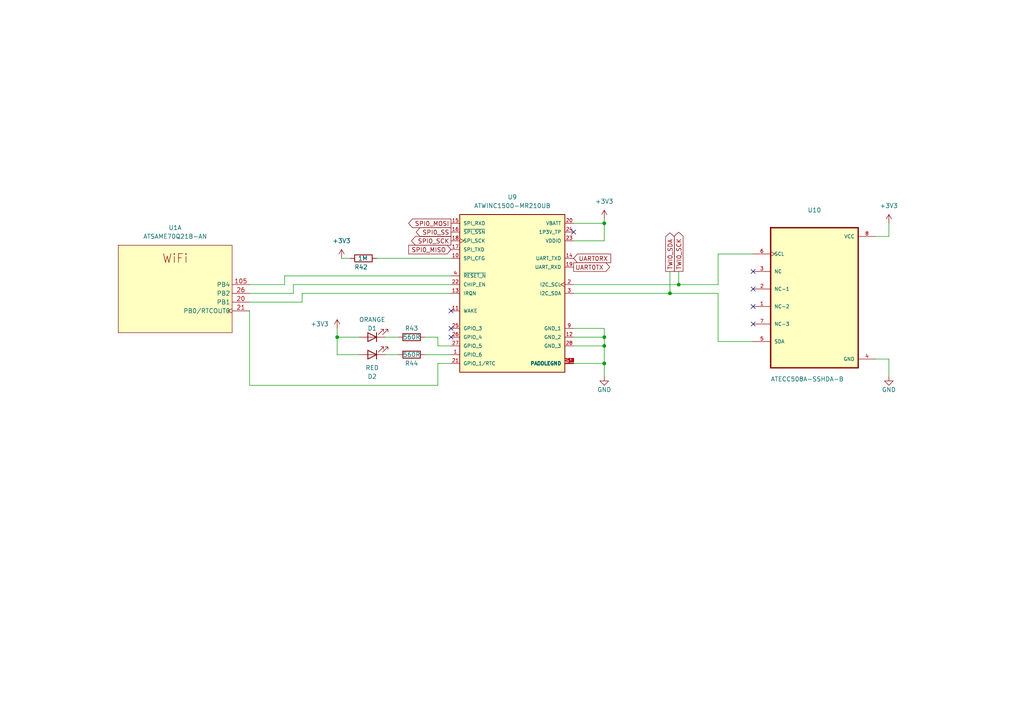
<source format=kicad_sch>
(kicad_sch (version 20211123) (generator eeschema)
  (paper "A4")
  (title_block (title "Flight Controller") (date "2023-01-29") (rev "0.1"))
  (lib_symbols
    (symbol "ATECC508A-SSHDA-B:ATECC508A-SSHDA-B" (pin_names (offset 1.016))
      (property "Reference" "U" (at -12.7 21.32 0))
      (property "Value" "ATECC508A-SSHDA-B" (at -12.7 -24.32 0))
      (symbol "ATECC508A-SSHDA-B_0_0"
        (rectangle (start -12.7 -20.32) (end 12.7 20.32) (stroke (width 0.41)) (fill (type background)))
        (pin bidirectional line (at -17.78 -2.54 0) (length 5.08) (name "NC-2") (number "1"))
        (pin bidirectional line (at -17.78 2.54 0) (length 5.08) (name "NC-1") (number "2"))
        (pin bidirectional line (at -17.78 7.62 0) (length 5.08) (name "NC") (number "3"))
        (pin power_in line (at 17.78 -17.78 180) (length 5.08) (name "GND") (number "4"))
        (pin bidirectional line (at -17.78 -12.7 0) (length 5.08) (name "SDA") (number "5"))
        (pin input clock (at -17.78 12.7 0) (length 5.08) (name "SCL") (number "6"))
        (pin bidirectional line (at -17.78 -7.62 0) (length 5.08) (name "NC-3") (number "7"))
        (pin power_in line (at 17.78 17.78 180) (length 5.08) (name "VCC") (number "8"))
      )
    )
    (symbol "ATWINC1500-MR210UB:ATWINC1500-MR210UB" (pin_names (offset 1.016))
      (property "Reference" "U3" (at 0 25.4 0))
      (property "Value" "ATWINC1500-MR210UB" (at -15.2839 -25.4732 0))
      (symbol "ATWINC1500-MR210UB_0_0"
        (rectangle (start -15.24 -22.86) (end 15.24 22.86) (stroke (width 0.254)) (fill (type background)))
        (pin bidirectional line (at -17.78 -17.78 0) (length 2.54) (name "GPIO_6") (number "1"))
        (pin input line (at -17.78 10.16 0) (length 2.54) (name "SPI_CFG") (number "10"))
        (pin input line (at -17.78 -5.08 0) (length 2.54) (name "WAKE") (number "11"))
        (pin power_in line (at 17.78 -12.7 180) (length 2.54) (name "GND_2") (number "12"))
        (pin output line (at -17.78 0 0) (length 2.54) (name "IRQN") (number "13"))
        (pin output line (at 17.78 10.16 180) (length 2.54) (name "UART_TXD") (number "14"))
        (pin input line (at -17.78 20.32 0) (length 2.54) (name "SPI_RXD") (number "15"))
        (pin input line (at -17.78 17.78 0) (length 2.54) (name "~{SPI_SSN}") (number "16"))
        (pin output line (at -17.78 12.7 0) (length 2.54) (name "SPI_TXD") (number "17"))
        (pin input clock (at -17.78 15.24 0) (length 2.54) (name "SPI_SCK") (number "18"))
        (pin input line (at 17.78 7.62 180) (length 2.54) (name "UART_RXD") (number "19"))
        (pin input clock (at 17.78 2.54 180) (length 2.54) (name "I2C_SCL") (number "2"))
        (pin power_in line (at 17.78 20.32 180) (length 2.54) (name "VBATT") (number "20"))
        (pin input line (at -17.78 -20.32 0) (length 2.54) (name "GPIO_1/RTC") (number "21"))
        (pin input line (at -17.78 2.54 0) (length 2.54) (name "CHIP_EN") (number "22"))
        (pin power_in line (at 17.78 15.24 180) (length 2.54) (name "VDDIO") (number "23"))
        (pin power_in line (at 17.78 17.78 180) (length 2.54) (name "1P3V_TP") (number "24"))
        (pin bidirectional line (at -17.78 -10.16 0) (length 2.54) (name "GPIO_3") (number "25"))
        (pin bidirectional line (at -17.78 -12.7 0) (length 2.54) (name "GPIO_4") (number "26"))
        (pin bidirectional line (at -17.78 -15.24 0) (length 2.54) (name "GPIO_5") (number "27"))
        (pin power_in line (at 17.78 -15.24 180) (length 2.54) (name "GND_3") (number "28"))
        (pin power_in line (at 17.78 -20.32 180) (length 2.54) (name "PADDLEGND") (number "29"))
        (pin bidirectional line (at 17.78 0 180) (length 2.54) (name "I2C_SDA") (number "3"))
        (pin input line (at -17.78 5.08 0) (length 2.54) (name "~{RESET_N}") (number "4"))
        (pin power_in line (at 17.78 -10.16 180) (length 2.54) (name "GND_1") (number "9"))
        (pin power_in line (at 17.78 -20.32 180) (length 2.54) (name "PADDLEGND") (number "P$1"))
        (pin power_in line (at 17.78 -20.32 180) (length 2.54) (name "PADDLEGND") (number "P$2"))
        (pin power_in line (at 17.78 -20.32 180) (length 2.54) (name "PADDLEGND") (number "P$3"))
        (pin power_in line (at 17.78 -20.32 180) (length 2.54) (name "PADDLEGND") (number "P$4"))
        (pin power_in line (at 17.78 -20.32 180) (length 2.54) (name "PADDLEGND") (number "P$5"))
        (pin power_in line (at 17.78 -20.32 180) (length 2.54) (name "PADDLEGND") (number "P$6"))
        (pin power_in line (at 17.78 -20.32 180) (length 2.54) (name "PADDLEGND") (number "P$7"))
        (pin power_in line (at 17.78 -20.32 180) (length 2.54) (name "PADDLEGND") (number "P$8"))
        (pin power_in line (at 17.78 -20.32 180) (length 2.54) (name "PADDLEGND") (number "P$9"))
      )
    )
    (symbol "Device:LED" (pin_numbers hide) (pin_names (offset 1.016) hide)
      (property "Reference" "D" (at 0 2.54 0))
      (property "Value" "LED" (at 0 -2.54 0))
      (symbol "LED_0_1"
        (polyline (pts (xy -1.27 -1.27) (xy -1.27 1.27)) (stroke (width 0.254)))
        (polyline (pts (xy -1.27 0) (xy 1.27 0)))
        (polyline (pts (xy 1.27 -1.27) (xy 1.27 1.27) (xy -1.27 0) (xy 1.27 -1.27)) (stroke (width 0.254)))
        (polyline (pts (xy -3.048 -0.762) (xy -4.572 -2.286) (xy -3.81 -2.286) (xy -4.572 -2.286) (xy -4.572 -1.524)))
        (polyline (pts (xy -1.778 -0.762) (xy -3.302 -2.286) (xy -2.54 -2.286) (xy -3.302 -2.286) (xy -3.302 -1.524)))
      )
      (symbol "LED_1_1"
        (pin passive line (at -3.81 0 0) (length 2.54) (name "K") (number "1"))
        (pin passive line (at 3.81 0 180) (length 2.54) (name "A") (number "2"))
      )
    )
    (symbol "Device:R" (pin_numbers hide) (pin_names (offset 0))
      (property "Reference" "R" (at 2.032 0 90))
      (property "Value" "R" (at 0 0 90))
      (symbol "R_0_1"
        (rectangle (start -1.016 -2.54) (end 1.016 2.54) (stroke (width 0.254)))
      )
      (symbol "R_1_1"
        (pin passive line (at 0 3.81 270) (length 1.27) (name "~") (number "1"))
        (pin passive line (at 0 -3.81 90) (length 1.27) (name "~") (number "2"))
      )
    )
    (symbol "atsame70q21b-an:ATSAME70Q21B-AN"
      (property "Reference" "U2" (at -15.24 -5.08 0))
      (property "Value" "ATSAME70Q21B-AN" (at -7.62 -2.54 0))
      (symbol "ATSAME70Q21B-AN_1_1"
        (rectangle (start -16.51 25.4) (end 16.51 0) (fill (type background)))
        (text "WiFi" (at 0 21.59 0) (effects (font (size 2.54 2.54))))
        (pin output line (at 21.59 13.97 180) (length 5.08) (name "PB4") (number "105"))
        (pin input line (at 21.59 8.89 180) (length 5.08) (name "PB1") (number "20"))
        (pin output clock (at 21.59 6.35 180) (length 5.08) (name "PB0/RTCOUT0") (number "21"))
        (pin output line (at 21.59 11.43 180) (length 5.08) (name "PB2") (number "26"))
      )
      (symbol "ATSAME70Q21B-AN_2_1"
        (rectangle (start -17.78 36.83) (end 16.51 0) (fill (type background)))
        (text "ISI" (at 0 33.02 0) (effects (font (size 2.54 2.54))))
        (pin bidirectional line (at 21.59 27.94 180) (length 5.08) (name "PA6/PCK0") (number "114"))
        (pin bidirectional line (at -22.86 22.86 0) (length 5.08) (name "PB3/ISI_D2") (number "31"))
        (pin bidirectional line (at 21.59 8.89 180) (length 5.08) (name "PA21") (number "32"))
        (pin bidirectional line (at 21.59 6.35 180) (length 5.08) (name "PA22") (number "37"))
        (pin bidirectional line (at 21.59 15.24 180) (length 5.08) (name "PD25/ISI_VREF") (number "52"))
        (pin bidirectional line (at 21.59 17.78 180) (length 5.08) (name "PD24/ISI_HSYNC") (number "55"))
        (pin bidirectional line (at 21.59 22.86 180) (length 5.08) (name "PA24/ISI_PCK") (number "56"))
        (pin bidirectional line (at -22.86 27.94 0) (length 5.08) (name "PD22/ISI_D0") (number "60"))
        (pin bidirectional line (at -22.86 25.4 0) (length 5.08) (name "PD21/ISI_D1") (number "63"))
        (pin bidirectional line (at -22.86 10.16 0) (length 5.08) (name "PA27/ISI_D7") (number "70"))
        (pin bidirectional line (at -22.86 17.78 0) (length 5.08) (name "PA5/ISI_D4") (number "73"))
        (pin bidirectional line (at -22.86 20.32 0) (length 5.08) (name "PA9/ISI_D3") (number "75"))
        (pin bidirectional line (at -22.86 12.7 0) (length 5.08) (name "PD12/ISI_D6") (number "92"))
        (pin bidirectional line (at -22.86 15.24 0) (length 5.08) (name "PD11/ISI_D5") (number "98"))
      )
      (symbol "ATSAME70Q21B-AN_3_1"
        (rectangle (start -19.05 60.96) (end 17.78 0) (fill (type background)))
        (text "SDRAM" (at 0 54.61 0) (effects (font (size 2.54 2.54))))
        (pin bidirectional line (at 22.86 22.86 180) (length 5.08) (name "PE3/D11") (number "10"))
        (pin bidirectional line (at 22.86 5.08 180) (length 5.08) (name "PD15/NBS1") (number "106"))
        (pin bidirectional line (at -24.13 5.08 0) (length 5.08) (name "PD29/SDWE") (number "108"))
        (pin bidirectional line (at 22.86 50.8 180) (length 5.08) (name "PC0/D0") (number "11"))
        (pin bidirectional line (at 22.86 7.62 180) (length 5.08) (name "PC18/NBS0") (number "111"))
        (pin bidirectional line (at -24.13 33.02 0) (length 5.08) (name "PC27/A9") (number "12"))
        (pin bidirectional line (at -24.13 50.8 0) (length 5.08) (name "PC20/A2") (number "120"))
        (pin bidirectional line (at -24.13 48.26 0) (length 5.08) (name "PC21/A3") (number "122"))
        (pin bidirectional line (at -24.13 45.72 0) (length 5.08) (name "PC22/A4") (number "124"))
        (pin bidirectional line (at -24.13 43.18 0) (length 5.08) (name "PC23/A5") (number "127"))
        (pin bidirectional line (at -24.13 35.56 0) (length 5.08) (name "PC26/A8") (number "13"))
        (pin bidirectional line (at -24.13 40.64 0) (length 5.08) (name "PC24/A6") (number "130"))
        (pin bidirectional line (at -24.13 38.1 0) (length 5.08) (name "PC25/A7") (number "133"))
        (pin bidirectional line (at -24.13 27.94 0) (length 5.08) (name "PC29/A11") (number "16"))
        (pin bidirectional line (at -24.13 12.7 0) (length 5.08) (name "PC15/SDCS") (number "18"))
        (pin bidirectional line (at -24.13 22.86 0) (length 5.08) (name "PA20/BA0") (number "22"))
        (pin bidirectional line (at 22.86 20.32 180) (length 5.08) (name "PE4/D12") (number "27"))
        (pin bidirectional line (at 22.86 17.78 180) (length 5.08) (name "PE5/D13") (number "28"))
        (pin bidirectional line (at 22.86 48.26 180) (length 5.08) (name "PC1/D1") (number "38"))
        (pin bidirectional line (at 22.86 45.72 180) (length 5.08) (name "PC2/D2") (number "39"))
        (pin bidirectional line (at 22.86 30.48 180) (length 5.08) (name "PE0/D8") (number "4"))
        (pin bidirectional line (at 22.86 43.18 180) (length 5.08) (name "PC3/D3") (number "40"))
        (pin bidirectional line (at 22.86 40.64 180) (length 5.08) (name "PC4/D4") (number "41"))
        (pin bidirectional line (at 22.86 12.7 180) (length 5.08) (name "PA16/D15") (number "45"))
        (pin bidirectional line (at 22.86 33.02 180) (length 5.08) (name "PC7/D7") (number "48"))
        (pin bidirectional line (at 22.86 15.24 180) (length 5.08) (name "PA15/D14") (number "49"))
        (pin bidirectional line (at 22.86 35.56 180) (length 5.08) (name "PC6/D6") (number "54"))
        (pin bidirectional line (at -24.13 17.78 0) (length 5.08) (name "PD23/SDCK") (number "57"))
        (pin bidirectional line (at 22.86 38.1 180) (length 5.08) (name "PC5/D5") (number "58"))
        (pin bidirectional line (at 22.86 27.94 180) (length 5.08) (name "PE1/D9") (number "6"))
        (pin bidirectional line (at 22.86 25.4 180) (length 5.08) (name "PE2/D10") (number "7"))
        (pin bidirectional line (at -24.13 7.62 0) (length 5.08) (name "PD17/CAS") (number "74"))
        (pin bidirectional line (at -24.13 30.48 0) (length 5.08) (name "PC28/A10") (number "76"))
        (pin bidirectional line (at -24.13 10.16 0) (length 5.08) (name "PD16/RAS") (number "78"))
        (pin bidirectional line (at -24.13 15.24 0) (length 5.08) (name "PD14/SDCKE") (number "84"))
        (pin bidirectional line (at -24.13 25.4 0) (length 5.08) (name "PD13/SDA10") (number "88"))
      )
      (symbol "ATSAME70Q21B-AN_4_1"
        (rectangle (start -21.59 39.37) (end 22.86 0) (fill (type background)))
        (text "Serial" (at 0 34.29 0) (effects (font (size 2.54 2.54))))
        (pin input line (at 27.94 8.89 180) (length 5.08) (name "PC12/CANRX") (number "17"))
        (pin output line (at 27.94 3.81 180) (length 5.08) (name "PC13") (number "19"))
        (pin input line (at -26.67 6.35 0) (length 5.08) (name "PD31/URXD3") (number "2"))
        (pin output line (at -26.67 8.89 0) (length 5.08) (name "P30/UTXD3") (number "34"))
        (pin output line (at 27.94 21.59 180) (length 5.08) (name "PA13/SQPI_QIO0") (number "42"))
        (pin output clock (at 27.94 26.67 180) (length 5.08) (name "PA14/QSPI_SCK") (number "51"))
        (pin output line (at 27.94 24.13 180) (length 5.08) (name "PA11/QSPI_QCS") (number "64"))
        (pin input line (at 27.94 29.21 180) (length 5.08) (name "PA12/QSPI_QIO1") (number "68"))
        (pin output clock (at -26.67 26.67 0) (length 5.08) (name "PA4/TWCK0") (number "77"))
        (pin bidirectional line (at -26.67 29.21 0) (length 5.08) (name "PA3/TWD0") (number "91"))
        (pin output line (at 27.94 6.35 180) (length 5.08) (name "PC14/CANTX1") (number "97"))
      )
      (symbol "ATSAME70Q21B-AN_5_1"
        (rectangle (start -19.05 38.1) (end 17.78 0) (fill (type background)))
        (text "Debug" (at 0 31.75 0) (effects (font (size 2.54 2.54))))
        (pin input line (at -24.13 17.78 0) (length 5.08) (name "JTAGSEL") (number "104"))
        (pin bidirectional line (at -24.13 5.08 0) (length 5.08) (name "PB5/TRACESWO") (number "109"))
        (pin output clock (at 22.86 15.24 180) (length 5.08) (name "PD8/TRACEDCLK") (number "113"))
        (pin input line (at 22.86 17.78 180) (length 5.08) (name "PD7/TRACED3") (number "119"))
        (pin input line (at 22.86 20.32 180) (length 5.08) (name "PD6/TRACED2") (number "121"))
        (pin input line (at 22.86 22.86 180) (length 5.08) (name "PD5/TRACED1") (number "125"))
        (pin input line (at 22.86 25.4 180) (length 5.08) (name "PD4/TRACED0") (number "126"))
        (pin bidirectional line (at -24.13 7.62 0) (length 5.08) (name "PB6/SWIO") (number "79"))
        (pin bidirectional line (at -24.13 25.4 0) (length 5.08) (name "NRST") (number "83"))
        (pin input line (at -24.13 22.86 0) (length 5.08) (name "TST") (number "85"))
        (pin input clock (at -24.13 10.16 0) (length 5.08) (name "PB7/SWCLK") (number "89"))
      )
      (symbol "ATSAME70Q21B-AN_6_1"
        (rectangle (start -17.78 48.26) (end 13.97 0) (fill (type background)))
        (text "Power" (at -1.27 43.18 0) (effects (font (size 2.54 2.54))))
        (pin passive line (at 19.05 16.51 180) (length 5.08) hide (name "VDDCORE") (number "107"))
        (pin passive line (at 19.05 3.81 180) (length 5.08) hide (name "GND") (number "115"))
        (pin power_in line (at 19.05 13.97 180) (length 5.08) (name "VDDPLL") (number "123"))
        (pin power_in line (at 19.05 34.29 180) (length 5.08) (name "VDDUTMII") (number "134"))
        (pin passive line (at 19.05 3.81 180) (length 5.08) hide (name "GND") (number "135"))
        (pin passive line (at 19.05 3.81 180) (length 5.08) hide (name "GND") (number "138"))
        (pin power_in line (at 19.05 11.43 180) (length 5.08) (name "VDDUTMIC") (number "139"))
        (pin power_in line (at 19.05 31.75 180) (length 5.08) (name "VDDPLLUSB") (number "143"))
        (pin power_in line (at 19.05 16.51 180) (length 5.08) (name "VDDCORE") (number "29"))
        (pin power_out line (at 19.05 19.05 180) (length 5.08) (name "VDDOUT") (number "3"))
        (pin power_in line (at 19.05 29.21 180) (length 5.08) (name "VDDIO") (number "30"))
        (pin passive line (at 19.05 16.51 180) (length 5.08) hide (name "VDDCORE") (number "33"))
        (pin passive line (at 19.05 29.21 180) (length 5.08) hide (name "VDDIO") (number "43"))
        (pin power_in line (at 19.05 3.81 180) (length 5.08) (name "GND") (number "44"))
        (pin power_in line (at 19.05 24.13 180) (length 5.08) (name "VDDIN") (number "5"))
        (pin passive line (at 19.05 16.51 180) (length 5.08) hide (name "VDDCORE") (number "50"))
        (pin passive line (at 19.05 3.81 180) (length 5.08) hide (name "GND") (number "61"))
        (pin passive line (at 19.05 29.21 180) (length 5.08) hide (name "VDDIO") (number "72"))
        (pin power_in line (at -22.86 3.81 0) (length 5.08) (name "VREFN") (number "8"))
        (pin passive line (at 19.05 29.21 180) (length 5.08) hide (name "VDDIO") (number "80"))
        (pin passive line (at 19.05 16.51 180) (length 5.08) hide (name "VDDCORE") (number "81"))
        (pin power_in line (at -22.86 6.35 0) (length 5.08) (name "VREFP") (number "9"))
        (pin passive line (at 19.05 3.81 180) (length 5.08) hide (name "GND") (number "95"))
        (pin passive line (at 19.05 29.21 180) (length 5.08) hide (name "VDDIO") (number "96"))
      )
      (symbol "ATSAME70Q21B-AN_7_1"
        (rectangle (start -27.94 72.39) (end 26.67 0) (fill (type background)))
        (rectangle (start 31.75 63.5) (end 31.75 63.5))
        (text "GPIO/EXTI" (at -1.27 62.23 0) (effects (font (size 2.54 2.54))))
        (pin bidirectional line (at 31.75 34.29 180) (length 5.08) (name "PD0") (number "1"))
        (pin bidirectional line (at 31.75 49.53 180) (length 5.08) (name "PC16") (number "100"))
        (pin bidirectional line (at 31.75 21.59 180) (length 5.08) (name "PD10") (number "101"))
        (pin bidirectional line (at -33.02 46.99 0) (length 5.08) (name "PA0") (number "102"))
        (pin bidirectional line (at 31.75 46.99 180) (length 5.08) (name "PC17") (number "103"))
        (pin bidirectional line (at 31.75 24.13 180) (length 5.08) (name "PD9") (number "110"))
        (pin bidirectional line (at -33.02 21.59 0) (length 5.08) (name "PA28") (number "112"))
        (pin bidirectional line (at -33.02 16.51 0) (length 5.08) (name "PA30") (number "116"))
        (pin bidirectional line (at 31.75 44.45 180) (length 5.08) (name "PC19") (number "117"))
        (pin bidirectional line (at -33.02 13.97 0) (length 5.08) (name "PA31") (number "118"))
        (pin bidirectional line (at 31.75 26.67 180) (length 5.08) (name "PD3") (number "128"))
        (pin bidirectional line (at -33.02 19.05 0) (length 5.08) (name "PA29") (number "129"))
        (pin bidirectional line (at 31.75 29.21 180) (length 5.08) (name "PD2") (number "131"))
        (pin bidirectional line (at 31.75 31.75 180) (length 5.08) (name "PD1") (number "132"))
        (pin bidirectional line (at 31.75 39.37 180) (length 5.08) (name "PC31") (number "14"))
        (pin bidirectional line (at 31.75 41.91 180) (length 5.08) (name "PC30") (number "15"))
        (pin bidirectional line (at -33.02 31.75 0) (length 5.08) (name "PA19") (number "23"))
        (pin bidirectional line (at -33.02 34.29 0) (length 5.08) (name "PA18") (number "24"))
        (pin bidirectional line (at -33.02 36.83 0) (length 5.08) (name "PA17") (number "25"))
        (pin bidirectional line (at -33.02 29.21 0) (length 5.08) (name "PA23") (number "46"))
        (pin bidirectional line (at 31.75 8.89 180) (length 5.08) (name "PD27") (number "47"))
        (pin bidirectional line (at 31.75 11.43 180) (length 5.08) (name "PD26") (number "53"))
        (pin bidirectional line (at -33.02 26.67 0) (length 5.08) (name "PA25") (number "59"))
        (pin bidirectional line (at -33.02 24.13 0) (length 5.08) (name "PA26") (number "62"))
        (pin bidirectional line (at 31.75 13.97 180) (length 5.08) (name "PD20") (number "65"))
        (pin bidirectional line (at -33.02 39.37 0) (length 5.08) (name "PA10") (number "66"))
        (pin bidirectional line (at 31.75 16.51 180) (length 5.08) (name "PD19") (number "67"))
        (pin bidirectional line (at 31.75 19.05 180) (length 5.08) (name "PD18") (number "69"))
        (pin bidirectional line (at 31.75 6.35 180) (length 5.08) (name "PD28") (number "71"))
        (pin bidirectional line (at 31.75 59.69 180) (length 5.08) (name "PC8") (number "82"))
        (pin bidirectional line (at 31.75 57.15 180) (length 5.08) (name "PC9") (number "86"))
        (pin bidirectional line (at -33.02 8.89 0) (length 5.08) (name "PB12/ERASE") (number "87"))
        (pin bidirectional line (at 31.75 54.61 180) (length 5.08) (name "PC10") (number "90"))
        (pin bidirectional line (at -33.02 41.91 0) (length 5.08) (name "PA2") (number "93"))
        (pin bidirectional line (at 31.75 52.07 180) (length 5.08) (name "PC11") (number "94"))
        (pin bidirectional line (at -33.02 44.45 0) (length 5.08) (name "PA1") (number "99"))
      )
      (symbol "ATSAME70Q21B-AN_8_1"
        (rectangle (start -13.97 25.4) (end 15.24 0) (fill (type background)))
        (text "USB" (at 0 21.59 0) (effects (font (size 2.54 2.54))))
        (pin bidirectional line (at -19.05 8.89 0) (length 5.08) (name "HSDM") (number "136"))
        (pin bidirectional line (at -19.05 11.43 0) (length 5.08) (name "HSDP") (number "137"))
        (pin input line (at -19.05 6.35 0) (length 5.08) (name "VBG") (number "140"))
        (pin bidirectional line (at -19.05 16.51 0) (length 5.08) (name "PB13") (number "144"))
      )
      (symbol "ATSAME70Q21B-AN_9_1"
        (rectangle (start -16.51 17.78) (end 16.51 0) (fill (type background)))
        (text "Crystals" (at 0 13.97 0) (effects (font (size 2.54 2.54))))
        (pin bidirectional line (at 21.59 7.62 180) (length 5.08) (name "PB8/XOUT") (number "141"))
        (pin bidirectional line (at 21.59 5.08 180) (length 5.08) (name "PB9/XIN") (number "142"))
        (pin bidirectional line (at -21.59 7.62 0) (length 5.08) (name "PA7/XIN32") (number "35"))
        (pin bidirectional line (at -21.59 5.08 0) (length 5.08) (name "PA8/XOUT32") (number "36"))
      )
    )
    (symbol "power:+3V3" (power) (pin_names (offset 0))
      (property "Value" "+3V3" (at 0 3.556 0))
      (symbol "+3V3_0_1"
        (polyline (pts (xy -0.762 1.27) (xy 0 2.54)))
        (polyline (pts (xy 0 0) (xy 0 2.54)))
        (polyline (pts (xy 0 2.54) (xy 0.762 1.27)))
      )
      (symbol "+3V3_1_1"
        (pin power_in line (at 0 0 90) (length 0) hide (name "+3V3") (number "1"))
      )
    )
    (symbol "power:GND" (power) (pin_names (offset 0))
      (property "Value" "GND" (at 0 -3.81 0))
      (symbol "GND_0_1"
        (polyline (pts (xy 0 0) (xy 0 -1.27) (xy 1.27 -1.27) (xy 0 -2.54) (xy -1.27 -1.27) (xy 0 -1.27)))
      )
      (symbol "GND_1_1"
        (pin power_in line (at 0 0 270) (length 0) hide (name "GND") (number "1"))
      )
    )
  )
  (junction (at 175.26 100.33))
  (junction (at 196.85 82.55))
  (junction (at 97.79 97.79))
  (junction (at 175.26 97.79))
  (junction (at 194.31 85.09))
  (junction (at 175.26 64.77))
  (junction (at 175.26 105.41))
  (no_connect (at 218.44 88.9))
  (no_connect (at 130.81 97.79))
  (no_connect (at 218.44 93.98))
  (no_connect (at 218.44 78.74))
  (no_connect (at 166.37 67.31))
  (no_connect (at 130.81 90.17))
  (no_connect (at 218.44 83.82))
  (no_connect (at 130.81 95.25))
  (wire (pts (xy 109.22 74.93) (xy 130.81 74.93)))
  (wire (pts (xy 104.14 102.87) (xy 97.79 102.87)))
  (wire (pts (xy 175.26 95.25) (xy 175.26 97.79)))
  (wire (pts (xy 166.37 95.25) (xy 175.26 95.25)))
  (wire (pts (xy 194.31 78.74) (xy 194.31 85.09)))
  (wire (pts (xy 208.28 85.09) (xy 208.28 99.06)))
  (wire (pts (xy 123.19 97.79) (xy 127 97.79)))
  (wire (pts (xy 175.26 63.5) (xy 175.26 64.77)))
  (wire (pts (xy 166.37 100.33) (xy 175.26 100.33)))
  (wire (pts (xy 257.81 109.22) (xy 257.81 104.14)))
  (wire (pts (xy 99.06 74.93) (xy 101.6 74.93)))
  (wire (pts (xy 104.14 97.79) (xy 97.79 97.79)))
  (wire (pts (xy 123.19 102.87) (xy 130.81 102.87)))
  (wire (pts (xy 208.28 82.55) (xy 208.28 73.66)))
  (wire (pts (xy 130.81 105.41) (xy 127 105.41)))
  (wire (pts (xy 111.76 97.79) (xy 115.57 97.79)))
  (wire (pts (xy 208.28 73.66) (xy 218.44 73.66)))
  (wire (pts (xy 175.26 69.85) (xy 175.26 64.77)))
  (wire (pts (xy 127 97.79) (xy 127 100.33)))
  (wire (pts (xy 166.37 82.55) (xy 196.85 82.55)))
  (wire (pts (xy 175.26 97.79) (xy 175.26 100.33)))
  (wire (pts (xy 175.26 100.33) (xy 175.26 105.41)))
  (wire (pts (xy 111.76 102.87) (xy 115.57 102.87)))
  (wire (pts (xy 194.31 85.09) (xy 208.28 85.09)))
  (wire (pts (xy 97.79 95.25) (xy 97.79 97.79)))
  (wire (pts (xy 72.39 90.17) (xy 72.39 111.76)))
  (wire (pts (xy 82.55 82.55) (xy 82.55 80.01)))
  (wire (pts (xy 87.63 85.09) (xy 87.63 87.63)))
  (wire (pts (xy 166.37 69.85) (xy 175.26 69.85)))
  (wire (pts (xy 175.26 64.77) (xy 166.37 64.77)))
  (wire (pts (xy 127 105.41) (xy 127 111.76)))
  (wire (pts (xy 130.81 85.09) (xy 87.63 85.09)))
  (wire (pts (xy 257.81 104.14) (xy 254 104.14)))
  (wire (pts (xy 196.85 82.55) (xy 208.28 82.55)))
  (wire (pts (xy 208.28 99.06) (xy 218.44 99.06)))
  (wire (pts (xy 130.81 100.33) (xy 127 100.33)))
  (wire (pts (xy 87.63 87.63) (xy 72.39 87.63)))
  (wire (pts (xy 166.37 97.79) (xy 175.26 97.79)))
  (wire (pts (xy 85.09 85.09) (xy 85.09 82.55)))
  (wire (pts (xy 85.09 82.55) (xy 130.81 82.55)))
  (wire (pts (xy 196.85 78.74) (xy 196.85 82.55)))
  (wire (pts (xy 257.81 64.77) (xy 257.81 68.58)))
  (wire (pts (xy 82.55 80.01) (xy 130.81 80.01)))
  (wire (pts (xy 72.39 82.55) (xy 82.55 82.55)))
  (wire (pts (xy 72.39 111.76) (xy 127 111.76)))
  (wire (pts (xy 97.79 97.79) (xy 97.79 102.87)))
  (wire (pts (xy 175.26 105.41) (xy 166.37 105.41)))
  (wire (pts (xy 72.39 85.09) (xy 85.09 85.09)))
  (wire (pts (xy 257.81 68.58) (xy 254 68.58)))
  (wire (pts (xy 166.37 85.09) (xy 194.31 85.09)))
  (wire (pts (xy 175.26 109.22) (xy 175.26 105.41)))
  (global_label "UART0TX" (shape output) (at 166.37 77.47 0) (property "Intersheet References" "${INTERSHEET_REFS}" (effects hide)))
  (global_label "SPI0_SCK" (shape output) (at 130.81 69.85 180) (property "Intersheet References" "${INTERSHEET_REFS}" (effects hide)))
  (global_label "UART0RX" (shape input) (at 166.37 74.93 0) (property "Intersheet References" "${INTERSHEET_REFS}" (effects hide)))
  (global_label "TWI0_SDA" (shape output) (at 194.31 78.74 90) (property "Intersheet References" "${INTERSHEET_REFS}" (effects hide)))
  (global_label "SPI0_MOSI" (shape output) (at 130.81 64.77 180) (property "Intersheet References" "${INTERSHEET_REFS}" (effects hide)))
  (global_label "TWI0_SCK" (shape output) (at 196.85 78.74 90) (property "Intersheet References" "${INTERSHEET_REFS}" (effects hide)))
  (global_label "SPI0_MISO" (shape input) (at 130.81 72.39 180) (property "Intersheet References" "${INTERSHEET_REFS}" (effects hide)))
  (global_label "SPI0_SS" (shape output) (at 130.81 67.31 180) (property "Intersheet References" "${INTERSHEET_REFS}" (effects hide)))
  (symbol (lib_id "Device:R") (at 119.38 97.79 90) (unit 1)
    (property "Reference" "R43" (at 119.38 95.25 90))
    (property "Value" "560R" (at 119.38 97.79 90))
    (property "Footprint" "Resistor_SMD:R_0201_0603Metric_Pad0.64x0.40mm_HandSolder" (effects hide))
  )
  (symbol (lib_id "power:+3V3") (at 257.81 64.77 0) (unit 1)
    (property "Reference" "#PWR050" (effects hide))
    (property "Value" "+3V3" (at 257.81 59.69 0))
  )
  (symbol (lib_id "power:+3V3") (at 175.26 63.5 0) (unit 1)
    (property "Reference" "#PWR048" (effects hide))
    (property "Value" "+3V3" (at 175.26 58.42 0))
  )
  (symbol (lib_id "power:+3V3") (at 97.79 95.25 0) (unit 1)
    (property "Reference" "#PWR046" (effects hide))
    (property "Value" "+3V3" (at 92.71 93.98 0))
  )
  (symbol (lib_id "ATECC508A-SSHDA-B:ATECC508A-SSHDA-B") (at 236.22 86.36 0) (unit 1)
    (property "Reference" "U10" (at 236.22 60.96 0))
    (property "Value" "ATECC508A-SSHDA-B" (at 223.52 110.68 0) (effects (justify left bottom)))
    (property "Footprint" "user-footprints:SOIC127P600X175-8N" (effects hide))
    (property "Manufacturer" "Microchip" (effects hide))
    (property "Package" "SOIC127P600X175-8N" (effects hide))
  )
  (symbol (lib_id "Device:LED") (at 107.95 102.87 180) (unit 1)
    (property "Reference" "D2" (at 107.95 109.22 0))
    (property "Value" "RED" (at 107.95 106.68 0))
    (property "Footprint" "LED_SMD:LED_2010_5025Metric_Pad1.52x2.65mm_HandSolder" (effects hide))
  )
  (symbol (lib_id "ATWINC1500-MR210UB:ATWINC1500-MR210UB") (at 148.59 85.09 0) (unit 1)
    (property "Reference" "U9" (at 148.59 57.15 0))
    (property "Value" "ATWINC1500-MR210UB" (at 148.59 59.69 0))
    (property "Footprint" "user-footprints:MICROCHIP_ATWINC1500-MR210UB" (effects hide))
    (property "MANUFACTURER" "MICROCHIP" (effects hide))
  )
  (symbol (lib_id "power:+3V3") (at 99.06 74.93 0) (unit 1)
    (property "Reference" "#PWR047" (effects hide))
    (property "Value" "+3V3" (at 99.06 69.85 0))
  )
  (symbol (lib_id "power:GND") (at 257.81 109.22 0) (unit 1)
    (property "Reference" "#PWR051" (effects hide))
    (property "Value" "GND" (at 257.81 113.03 0))
  )
  (symbol (lib_id "atsame70q21b-an:ATSAME70Q21B-AN") (at 50.8 96.52 0) (unit 1)
    (property "Reference" "U1" (at 50.8 66.04 0))
    (property "Value" "ATSAME70Q21B-AN" (at 50.8 68.58 0))
    (property "Footprint" "Package_QFP:LQFP-144_20x20mm_P0.5mm" (effects hide))
    (property "Datasheet" "http://ww1.microchip.com/downloads/en/DeviceDoc/SAM-E70-S70-V70-V71-Family-Data-Sheet-DS60001527D.pdf" (effects hide))
  )
  (symbol (lib_id "Device:R") (at 119.38 102.87 90) (unit 1)
    (property "Reference" "R44" (at 119.38 105.41 90))
    (property "Value" "560R" (at 119.38 102.87 90))
    (property "Footprint" "Resistor_SMD:R_0201_0603Metric_Pad0.64x0.40mm_HandSolder" (effects hide))
  )
  (symbol (lib_id "power:GND") (at 175.26 109.22 0) (unit 1)
    (property "Reference" "#PWR049" (effects hide))
    (property "Value" "GND" (at 175.26 113.03 0))
  )
  (symbol (lib_id "Device:LED") (at 107.95 97.79 180) (unit 1)
    (property "Reference" "D1" (at 107.95 95.25 0))
    (property "Value" "ORANGE" (at 107.95 92.71 0))
    (property "Footprint" "LED_SMD:LED_2010_5025Metric_Pad1.52x2.65mm_HandSolder" (effects hide))
  )
  (symbol (lib_id "Device:R") (at 105.41 74.93 90) (unit 1)
    (property "Reference" "R42" (at 106.68 77.47 90) (effects (justify left)))
    (property "Value" "1M" (at 106.68 74.93 90) (effects (justify left)))
    (property "Footprint" "Resistor_SMD:R_0201_0603Metric_Pad0.64x0.40mm_HandSolder" (effects hide))
  )
)
</source>
